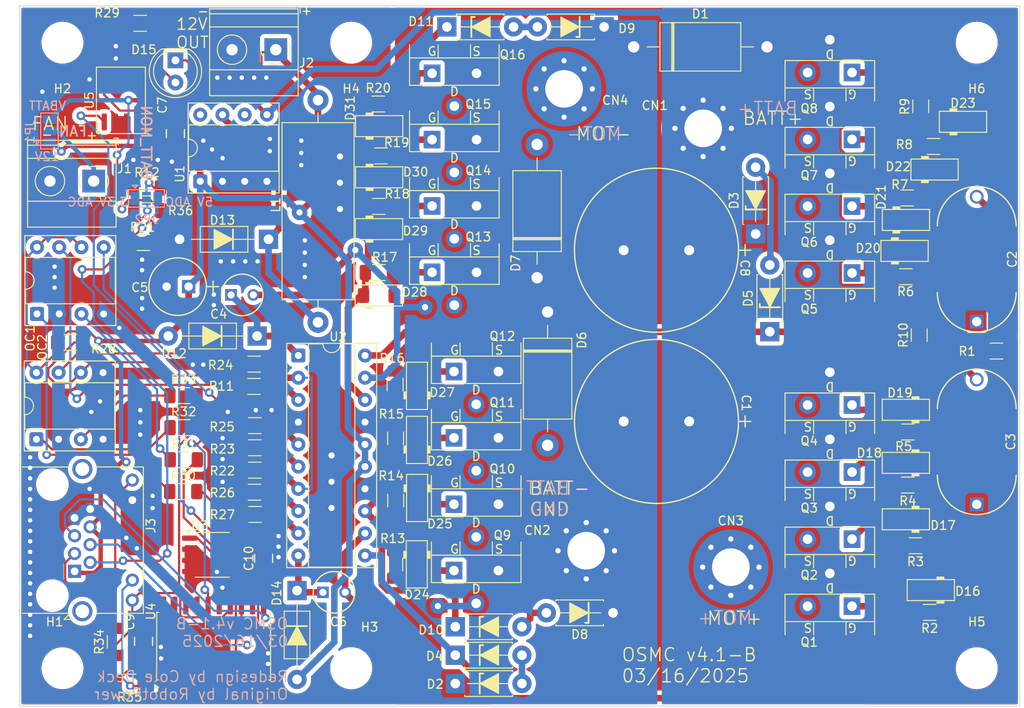
<source format=kicad_pcb>
(kicad_pcb
	(version 20241229)
	(generator "pcbnew")
	(generator_version "9.0")
	(general
		(thickness 1.6)
		(legacy_teardrops no)
	)
	(paper "A4")
	(layers
		(0 "F.Cu" signal)
		(2 "B.Cu" signal)
		(9 "F.Adhes" user "F.Adhesive")
		(11 "B.Adhes" user "B.Adhesive")
		(13 "F.Paste" user)
		(15 "B.Paste" user)
		(5 "F.SilkS" user "F.Silkscreen")
		(7 "B.SilkS" user "B.Silkscreen")
		(1 "F.Mask" user)
		(3 "B.Mask" user)
		(17 "Dwgs.User" user "User.Drawings")
		(19 "Cmts.User" user "User.Comments")
		(21 "Eco1.User" user "User.Eco1")
		(23 "Eco2.User" user "User.Eco2")
		(25 "Edge.Cuts" user)
		(27 "Margin" user)
		(31 "F.CrtYd" user "F.Courtyard")
		(29 "B.CrtYd" user "B.Courtyard")
		(35 "F.Fab" user)
		(33 "B.Fab" user)
		(39 "User.1" user)
		(41 "User.2" user)
		(43 "User.3" user)
		(45 "User.4" user)
		(47 "User.5" user)
		(49 "User.6" user)
		(51 "User.7" user)
		(53 "User.8" user)
		(55 "User.9" user)
	)
	(setup
		(pad_to_mask_clearance 0)
		(allow_soldermask_bridges_in_footprints no)
		(tenting front back)
		(pcbplotparams
			(layerselection 0x00000000_00000000_55555555_5755f5ff)
			(plot_on_all_layers_selection 0x00000000_00000000_00000000_00000000)
			(disableapertmacros no)
			(usegerberextensions no)
			(usegerberattributes yes)
			(usegerberadvancedattributes yes)
			(creategerberjobfile yes)
			(dashed_line_dash_ratio 12.000000)
			(dashed_line_gap_ratio 3.000000)
			(svgprecision 4)
			(plotframeref no)
			(mode 1)
			(useauxorigin no)
			(hpglpennumber 1)
			(hpglpenspeed 20)
			(hpglpendiameter 15.000000)
			(pdf_front_fp_property_popups yes)
			(pdf_back_fp_property_popups yes)
			(pdf_metadata yes)
			(pdf_single_document no)
			(dxfpolygonmode yes)
			(dxfimperialunits yes)
			(dxfusepcbnewfont yes)
			(psnegative no)
			(psa4output no)
			(plot_black_and_white yes)
			(plotinvisibletext no)
			(sketchpadsonfab no)
			(plotpadnumbers no)
			(hidednponfab no)
			(sketchdnponfab yes)
			(crossoutdnponfab yes)
			(subtractmaskfromsilk no)
			(outputformat 1)
			(mirror no)
			(drillshape 1)
			(scaleselection 1)
			(outputdirectory "")
		)
	)
	(net 0 "")
	(net 1 "VBATT")
	(net 2 "GND")
	(net 3 "BHS")
	(net 4 "Net-(C2-Pad2)")
	(net 5 "AHS")
	(net 6 "Net-(C3-Pad2)")
	(net 7 "Net-(D12-K)")
	(net 8 "+12V")
	(net 9 "Net-(D14-K)")
	(net 10 "+5V")
	(net 11 "DISABLE")
	(net 12 "AHI")
	(net 13 "ALI")
	(net 14 "BATT_MON")
	(net 15 "BLI")
	(net 16 "Net-(D2-A)")
	(net 17 "Net-(D3-A)")
	(net 18 "AHO")
	(net 19 "BHO")
	(net 20 "Net-(D10-A)")
	(net 21 "Net-(D11-A)")
	(net 22 "ALO")
	(net 23 "BLO")
	(net 24 "Net-(D13-K)")
	(net 25 "Net-(D15-Pad2)")
	(net 26 "Net-(D16-A)")
	(net 27 "Net-(D17-A)")
	(net 28 "Net-(D18-A)")
	(net 29 "Net-(D19-A)")
	(net 30 "Net-(D20-A)")
	(net 31 "Net-(D21-A)")
	(net 32 "Net-(D22-A)")
	(net 33 "Net-(D23-A)")
	(net 34 "Net-(D24-A)")
	(net 35 "Net-(D25-A)")
	(net 36 "Net-(D26-A)")
	(net 37 "Net-(D27-A)")
	(net 38 "Net-(D28-A)")
	(net 39 "Net-(D29-A)")
	(net 40 "Net-(D30-A)")
	(net 41 "Net-(D31-A)")
	(net 42 "Net-(J1-Pin_1)")
	(net 43 "Net-(U2-HDEL)")
	(net 44 "Net-(U2-LDEL)")
	(net 45 "unconnected-(U1-NC-Pad6)")
	(net 46 "unconnected-(U1-NC-Pad8)")
	(net 47 "DIRECTION")
	(net 48 "ENABLE")
	(net 49 "SPEED")
	(net 50 "Net-(J3-Pad10)")
	(net 51 "EN_IN_LED")
	(net 52 "Net-(J3-Pad12)")
	(net 53 "Net-(OC1-Pad3)")
	(net 54 "Net-(OC1-Pad1)")
	(net 55 "Net-(OC2-Pad1)")
	(net 56 "Net-(OC2-Pad3)")
	(net 57 "Net-(R30-Pad2)")
	(net 58 "Net-(R31-Pad2)")
	(net 59 "EN_IN_B")
	(net 60 "EN_IN_A")
	(net 61 "PWM_IN")
	(net 62 "DIR_IN")
	(net 63 "unconnected-(U4-2Y1-Pad5)")
	(net 64 "unconnected-(U4-2A1-Pad15)")
	(net 65 "unconnected-(U4-2Y0-Pad3)")
	(net 66 "unconnected-(U4-2A0-Pad17)")
	(net 67 "unconnected-(U4-1A3-Pad8)")
	(net 68 "unconnected-(U4-1Y3-Pad12)")
	(net 69 "unconnected-(U5-NC-Pad4)")
	(net 70 "unconnected-(U5-NC-Pad5)")
	(net 71 "Net-(JP2-A)")
	(net 72 "Net-(JP2-B)")
	(footprint "Package_SO_AKL:SOIC-8_3.9x4.9mm_P1.27mm" (layer "F.Cu") (at 113.18 61.59 90))
	(footprint "MountingHole:MountingHole_4.3mm_M4_Pad_Via" (layer "F.Cu") (at 166.365 113.07))
	(footprint "Diode_THT_AKL:D_DO-41_SOD81_P10.16mm_Horizontal" (layer "F.Cu") (at 130.05 77.475 180))
	(footprint "C4,6:CAP_T350B_4p5X4p5-2p54_KEM" (layer "F.Cu") (at 127.04 83.83))
	(footprint "TO220-3-Staggered:TO-220-3_Vertical_GDS_Staggered" (layer "F.Cu") (at 151.25 115.3375))
	(footprint "Resistor_SMD:R_1206_3216Metric_Pad1.30x1.75mm_HandSolder" (layer "F.Cu") (at 142.66 73.71))
	(footprint "Package_DIP:DIP-20_W7.62mm_Socket" (layer "F.Cu") (at 133.46 90.755))
	(footprint "TO220-3-Staggered:TO-220-3_Vertical_GDS_Staggered" (layer "F.Cu") (at 196.75 58.4125 180))
	(footprint "MountingHole:MountingHole_4.3mm_M4" (layer "F.Cu") (at 106.5 126.5))
	(footprint "Resistor_SMD:R_1206_3216Metric_Pad1.30x1.75mm_HandSolder" (layer "F.Cu") (at 203.125 99.5 180))
	(footprint "Resistor_SMD:R_1206_3216Metric_Pad1.30x1.75mm_HandSolder" (layer "F.Cu") (at 115.75 77.84 180))
	(footprint "Resistor_SMD:R_1206_3216Metric_Pad1.30x1.75mm_HandSolder" (layer "F.Cu") (at 114.18 128.09))
	(footprint "TO220-3-Staggered:TO-220-3_Vertical_GDS_Staggered" (layer "F.Cu") (at 148.75 58.5))
	(footprint "Diode_SMD_AKL:D_MiniMELF" (layer "F.Cu") (at 202.75 78.8))
	(footprint "Resistor_SMD:R_1206_3216Metric_Pad1.30x1.75mm_HandSolder" (layer "F.Cu") (at 116.2 74.2))
	(footprint "Inductor_THT:L_Axial_L20.0mm_D8.0mm_P25.40mm_Horizontal" (layer "F.Cu") (at 135.71 86.96 90))
	(footprint "Package_DIP:DIP-8_W7.62mm_Socket" (layer "F.Cu") (at 103.59 86 90))
	(footprint "Resistor_SMD:R_1206_3216Metric_Pad1.30x1.75mm_HandSolder" (layer "F.Cu") (at 120.37 102.67))
	(footprint "Package_SO:SO-8_3.9x4.9mm_P1.27mm" (layer "F.Cu") (at 123.62 113.54))
	(footprint "TO220-3-Staggered:TO-220-3_Vertical_GDS_Staggered" (layer "F.Cu") (at 196.75 96.4125 180))
	(footprint "TO220-3-Staggered:TO-220-3_Vertical_GDS_Staggered" (layer "F.Cu") (at 196.75 73.6908 180))
	(footprint "Diode_THT:D_DO-201AE_P15.24mm_Horizontal" (layer "F.Cu") (at 161.95 85.78 -90))
	(footprint "Diode_THT_AKL:D_DO-41_SOD81_P7.62mm_Horizontal_Zener" (layer "F.Cu") (at 185.73 76.86 90))
	(footprint "Diode_SMD_AKL:D_MiniMELF" (layer "F.Cu") (at 142.7 70.39))
	(footprint "MountingHole:MountingHole_4.3mm_M4_Pad_Via" (layer "F.Cu") (at 179.73 64.79))
	(footprint "Resistor_SMD:R_1206_3216Metric_Pad1.30x1.75mm_HandSolder" (layer "F.Cu") (at 206.06 66.86))
	(footprint "Package_DIP:DIP-8_W7.62mm_Socket" (layer "F.Cu") (at 103.52 100.33 90))
	(footprint "Resistor_SMD:R_1206_3216Metric_Pad1.30x1.75mm_HandSolder" (layer "F.Cu") (at 144.575 100.225 90))
	(footprint "Diode_THT_AKL:D_DO-41_SOD81_P7.62mm_Horizontal_Zener" (layer "F.Cu") (at 151.4 121.76))
	(footprint "TerminalBlock_Phoenix:TerminalBlock_Phoenix_MKDS-1,5-2_1x02_P5.00mm_Horizontal" (layer "F.Cu") (at 130.88 55.8 180))
	(footprint "Resistor_SMD:R_1206_3216Metric_Pad1.30x1.75mm_HandSolder" (layer "F.Cu") (at 144.59 107.33 -90))
	(footprint "TO220-3-Staggered:TO-220-3_Vertical_GDS_Staggered" (layer "F.Cu") (at 196.75 104.0792 180))
	(footprint "C2,3:CAP_225P_WA_0.70X0.40X0.55_CND_NARROW" (layer "F.Cu") (at 211 107.7748 90))
	(footprint "Diode_SMD_AKL:D_MiniMELF" (layer "F.Cu") (at 209.43 64.04))
	(footprint "Diode_THT:D_DO-201AE_P15.24mm_Horizontal" (layer "F.Cu") (at 160.75 81.87 90))
	(footprint "Diode_THT_AKL:D_DO-41_SOD81_P7.62mm_Horizontal_Zener"
		(layer "F.Cu")
		(uuid "58472cec-d506-4fe3-8fcf-c5fe0e4a81ab")
		(at 187.35 88.035 90)
		(descr "Diode, DO-41_SOD81 series, Axial, Horizontal, pin pitch=7.62mm, , length*diameter=5.2*2.7mm^2, , http://www.diodes.com/_files/packages/DO-41%20(Plastic).pdf, Alternate KiCad Library")
		(tags "Diode DO-41_SOD81 series Axial Horizontal pin pitch 7.62mm  length 5.2mm diameter 2.7mm")
		(property "Reference" "D5"
			(at 3.81 -2.47 90)
			(layer "F.SilkS")
			(uuid "39e06140-dc68-4240-945e-345e6c1cdd4b")
			(effects
				(font
					(size 1 1)
					(thickness 0.15)
				)
			)
		)
		(property "Value" "1N4744A"
			(at 3.81 2.47 90)
			(layer "F.Fab")
			(hide yes)
			(uuid "1c14c7c4-664c-4215-90fe-38bb3efb9edf")
			(effects
				(font
					(size 1 1)
					(thickness 0.15)
				)
			)
		)
		(property "Datasheet" "https://www.tme.eu/Document/0ec771a1264cb7f2aef89c89242989dc/1N47xxA.PDF"
			(at 0 0 90)
			(layer "F.Fab")
			(hide yes)
			(uuid "bca217df-ac34-42b6-a4fb-39c9661b0ea4")
			(effects
				(font
					(size 1.27 1.27)
					(thickness 0.15)
				)
			)
		)
		(property "Description" ""
			(at 0 0 90)
			(layer "F.Fab")
			(hide yes)
			(uuid "04235d44-1e30-4d3c-99c7-14cf9f468ea3")
			(effects
				(font
					(size 1.27 1.27)
					(thickness 0.15)
				)
			)
		)
		(property ki_fp_filters "TO-???* *_Diode_* *SingleDiode* D_*")
		(path "/7be6520d-f51a-4fd8-9c67-08088ae0b068")
		(sheetname "/")
		(sheetfile "OSMC-v4.0.kicad_sch")
		(attr through_hole)
		(fp_line
			(start 6.53 -1.47)
			(end 6.53 -1.34)
			(stroke
				(width 0.12)
				(type solid)
			)
			(layer "F.SilkS")
			(uuid "faa6c83e-3e4d-4872-82ce-1bec2f2ab851")
		)
		(fp_line
			(start 1.09 -1.47)
			(end 6.53 -1.47)
			(stroke
				(width 0.12)
				(type solid)
			)
			(layer "F.SilkS")
			(uuid "84f24a7f-5ec9-463e-94ed-6e9b6033df26")
		)
		(fp_line
			(start 1.09 -1.34)
			(end 1.09 -1.47)
			(stroke
				(width 0.12)
				(type solid)
			)
			(layer "F.SilkS")
			(uuid "fa5aef11-b55c-4bb5-9736-9b253bb315af")
		)
		(fp_line
			(start 2.794 -1.143)
			(end 3.175 -1.143)
			(stroke
				(width 0.2)
				(type solid)
			)
			(layer "F.SilkS")
			(uuid "f8806de3-3ea4-41e0-bbef-a929909c69c4")
		)
		(fp_line
			(start 2.794 -1.143)
			(end 2.794 1.143)
			(stroke
				(width 0.2)
				(type solid)
			)
			(layer "F.SilkS")
			(uuid "214fa0bf-1540-47cb-87eb-a2b75fc6425c")
		)
		(fp_line
			(start 4.953 0)
			(end 6.223 0)
			(stroke
				(width 0.12)
				(type solid)
			)
			(layer "F.SilkS")
			(uuid "13862226-9240-448f-9b4d-5f9e2dee8704")
		)
		(fp_line
			(start 2.794 0)
			(end 1.397 0)
			(stroke
				(width 0.12)
				(type solid)
			)
			(layer "F.SilkS")
			(uuid "1af6733c-df08-41f2-9fe9-9dbe41a4805c")
		)
		(fp_line
			(start 1.09 1.34)
			(end 1.09 1.47)
			(stroke
				(width 0.12)
				(type solid)
			)
			(layer "F.SilkS")
			(uuid "699e7aa1-5277-40df-89ea-4c83ff8f48a6")
		)
		(fp_line
			(start 6.53 1.47)
			(end 6.53 1.34)
			(stroke
				(width 0.12)
				(type solid)
			)
			(layer "F.SilkS")
			(uuid "9dbb506c-b9b7-4e60-9706-083f7f62fc3b")
		)
		(fp_line
			(start 1.09 1.47)
			(end 6.53 1.47)
			(stroke
				(width 0.12)
				(type solid)
			)
			(layer "F.SilkS")
			(uuid "611a6135-c211-48b0-bb18-24f6727bafcd")
		)
		(fp_poly
			(pts
				(xy 4.953 1.143) (xy 2.794 0) (xy 4.953 -1.143)
			)
			(stroke
				(width 0.1)
				(type solid)
			)
			(fill yes)
			(layer "F.SilkS")
			(uuid "020f0977-b241-411a-83a0-05e059fcb28e")
		)
		(fp_line
			(start 8.97 -1.6)
			(end -1.35 -1.6)
			(stroke
				(width 0.05)
				(type solid)
			)
			(layer "F.CrtYd")
			(uuid "55fc8ebe-6e9b-47b1-a9f2-45e0714e48c2")
		)
		(fp_line
			(start -1.35 -1.6)
			(end -1.35 1.6)
			(stroke
				(width 0.05)
				(type solid)
			)
			(layer "F.CrtYd")
			(uuid "5f135d9f-1ae5-47ad-a550-e7358987da89")
		)
		(fp_line
			(start 8.97 1.6)
			(end 8.97 -1.6)
			(stroke
				(width 0.05)
				(type solid)
			)
			(layer "F.CrtYd")
			(uuid "ed361f78-7e77-4d9c-b686-d073685c7fe5")
		)
		(fp_line
			(start -1.35 1.6)
			(end 8.97 1.6)
			(stroke
				(width 0.05)
				(type solid)
			)
			(layer "F.CrtYd")
			(uuid "a8fac25d-04ca-4e69-96d1-841d70fdc09b")
		)
		(fp_line
			(start 6.41 -1.35)
			(end 1.21 -1.35)
			(stroke
				(width 0.1)
				(type solid)
			)
			(layer "F.Fab")
			(uuid "5723ea41-f1a6-4b41-b95a-1a50f6f70320")
		)
		(fp_line
			(start 2.09 -1.35)
			(end 2.09 1.35)
			(stroke
				(width 0.1)
				(type solid)
			)
			(layer "F.Fab")
			(uuid "aee66f7a-6f6e-4f86-bffc-551d1eacf651")
		)
		(fp_line
			(start 1.99 -1.35)
			(end 1.99 1.35)
			(stroke
				(width 0.1)
				(type solid)
			)
			(layer "F.Fab")
			(uuid "341387fc-274e-481a-bebb-8e8623b944c2")
		)
		(fp_line
			(start 1.89 -1.35)
			(end 1.89 1.35)
			(stroke
				(width 0.1)
				(type solid)
			)
			(layer "F.Fab")
			(uuid "e3fad299-b8aa-48d9-91c6-5fe32e368833")
		)
		(fp_line
			(start 1.21 -1.35)
			(end 1.21 1.35)
			(stroke
				(width 0.1)
				(type solid)
			)
			(layer "F.Fab")
			(uuid "a3525058-5ba1-4447-8225-53e1ac7e76f6")
		)
		(fp_line
			(start 7.62 0)
			(end 6.41 0)
			(stroke
				(width 0.1)
				(type solid)
			)
			(layer "F.Fab")
			(uuid "7464564c-4cdf-409b-a84a-e11134b4edf3")
		)
		(fp_line
			(start 0 0)
			(end 1.21 0)
			(stroke
				(width 0.1)
				(type solid)
			)
			(layer "F.Fab")
			(uuid "1c718f81-8edb-4996-b194-7caabbe02dd9")
		)
		(fp_line
			(start 6.41 
... [1038166 chars truncated]
</source>
